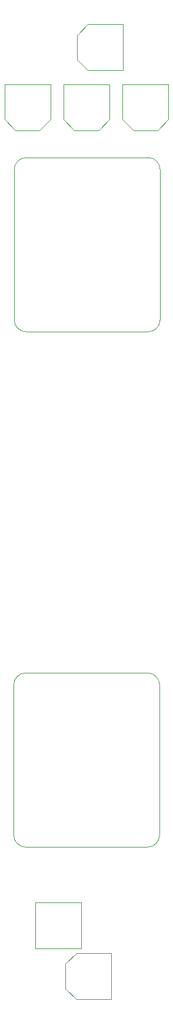
<source format=gbr>
G04*
G04 #@! TF.GenerationSoftware,Altium Limited,Altium Designer,25.0.2 (28)*
G04*
G04 Layer_Color=32768*
%FSLAX25Y25*%
%MOIN*%
G70*
G04*
G04 #@! TF.SameCoordinates,7C83500D-BFB9-469C-A41D-0C693C3E1856*
G04*
G04*
G04 #@! TF.FilePolarity,Positive*
G04*
G01*
G75*
%ADD12C,0.00394*%
D12*
X613685Y453532D02*
G03*
X620575Y446642I6890J0D01*
G01*
Y545067D02*
G03*
X613685Y538178I0J-6890D01*
G01*
X696362D02*
G03*
X689472Y545067I-6890J0D01*
G01*
Y446642D02*
G03*
X696362Y453532I-0J6890D01*
G01*
X613386Y162500D02*
G03*
X620276Y155610I6890J0D01*
G01*
Y254035D02*
G03*
X613386Y247146I0J-6890D01*
G01*
X696063D02*
G03*
X689173Y254035I-6890J0D01*
G01*
Y155610D02*
G03*
X696063Y162500I-0J6890D01*
G01*
X651772Y98228D02*
Y124213D01*
X625787D02*
X651772D01*
X625787Y98228D02*
Y124213D01*
Y98228D02*
X651772D01*
X613685Y453532D02*
Y538178D01*
X620575Y446642D02*
X689472D01*
X696362Y453532D02*
Y538178D01*
X620575Y545067D02*
X689472D01*
X641636Y566635D02*
Y586517D01*
Y566635D02*
X647738Y560533D01*
X661517Y560533D02*
X667620Y566635D01*
X647738Y560533D02*
X661517D01*
X667620Y566635D02*
X667620Y586517D01*
X641636Y586517D02*
X667620Y586517D01*
X655316Y620276D02*
X675198Y620276D01*
X649213Y614173D02*
X655316Y620276D01*
X649213Y600394D02*
X655316Y594291D01*
X649213Y600394D02*
X649213Y614173D01*
X655316Y594291D02*
X675198Y594291D01*
X675198Y620276D01*
X608171Y586517D02*
X608171Y566635D01*
X614273Y560533D01*
X628053D02*
X634155Y566635D01*
X614273Y560533D02*
X628053D01*
X634155Y586517D02*
X634155Y566635D01*
X608171Y586517D02*
X634155Y586517D01*
X648819Y95669D02*
X668702Y95669D01*
X642717Y89567D02*
X648819Y95669D01*
X642717Y75787D02*
X648819Y69685D01*
X642717Y75787D02*
Y89567D01*
X648819Y69685D02*
X668701D01*
X668702Y95669D01*
X613386Y162500D02*
Y247146D01*
X620276Y155610D02*
X689173D01*
X696063Y162500D02*
Y247146D01*
X620276Y254035D02*
X689173D01*
X675100Y586517D02*
X701084Y586517D01*
Y566635D02*
Y586517D01*
X681202Y560533D02*
X694982Y560533D01*
X701084Y566635D01*
X675100Y566635D02*
X681202Y560533D01*
X675100Y586517D02*
X675100Y566635D01*
M02*

</source>
